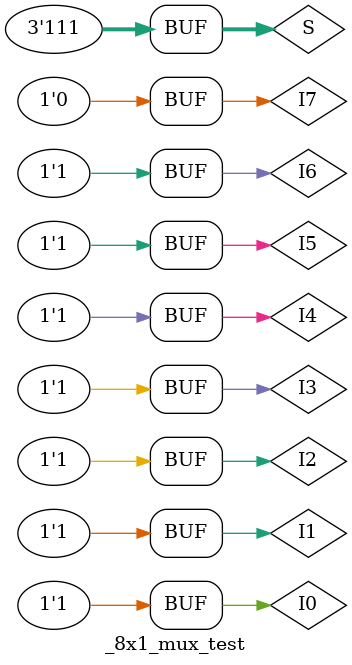
<source format=v>
`define DELAY 20
module _8x1_mux_test();
reg I0, I1, I2, I3, I4, I5, I6, I7;
reg [2:0] S;
wire RES;

_8x1_mux T(.I0(I0), .I1(I1), .I2(I2), .I3(I3), .I4(I4), .I5(I5), .I6(I6), .I7(I7), .S(S), .RES(RES));

initial
begin
I0 = 1'b1; I1 = 1'b0; I2 = 1'b0; I3 = 1'b0; I4 = 1'b0; I5 = 1'b0; I6 = 1'b0; I7 = 1'b0; S = 3'b000;
#`DELAY;
I0 = 1'b1; I1 = 1'b0; I2 = 1'b1; I3 = 1'b1; I4 = 1'b1; I5 = 1'b1; I6 = 1'b1; I7 = 1'b1; S = 3'b001;
#`DELAY;
I0 = 1'b1; I1 = 1'b1; I2 = 1'b1; I3 = 1'b1; I4 = 1'b1; I5 = 1'b1; I6 = 1'b1; I7 = 1'b0; S = 3'b111;
end

 
initial
begin
$monitor("8x1 MUX Test: RESULT = %1b, I0 = %1b, I1 = %1b, I2 = %1b, I3 = %1b, I4= %1b, I5 = %1b, I6 = %1b, I7 = %1b, S = %3b", RES , I0, I1, I2, I3, I4, I5, I6, I7, S);
end
 
endmodule
</source>
